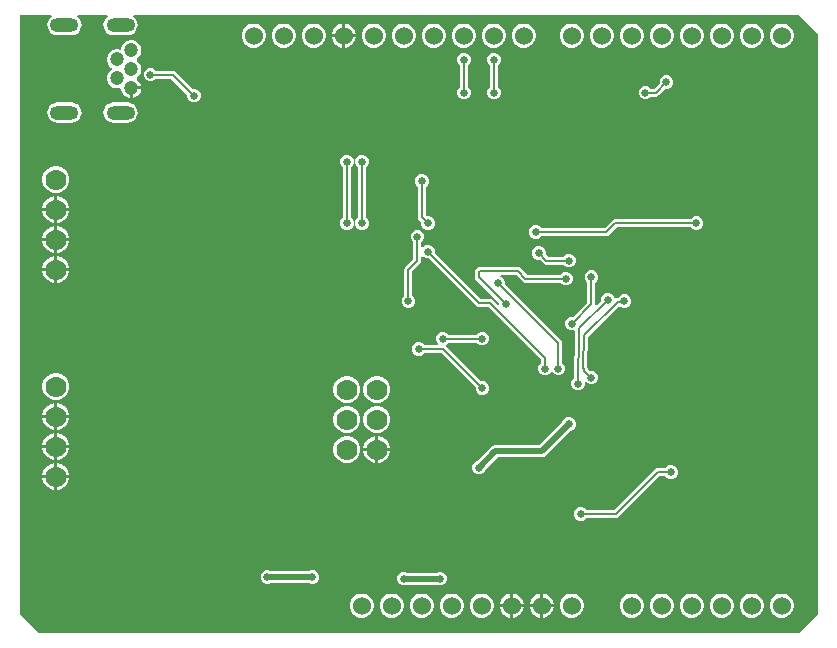
<source format=gbl>
G04*
G04 #@! TF.GenerationSoftware,Altium Limited,Altium Designer,21.6.4 (81)*
G04*
G04 Layer_Physical_Order=2*
G04 Layer_Color=16711680*
%FSLAX25Y25*%
%MOIN*%
G70*
G04*
G04 #@! TF.SameCoordinates,858BF902-78F9-450F-91F8-2C9066A697E3*
G04*
G04*
G04 #@! TF.FilePolarity,Positive*
G04*
G01*
G75*
%ADD12C,0.00600*%
%ADD46C,0.02000*%
%ADD47O,0.09449X0.04724*%
%ADD48C,0.04724*%
%ADD49C,0.06000*%
%ADD50C,0.07000*%
%ADD51C,0.02500*%
G36*
X267961Y201655D02*
Y8345D01*
X261655Y2039D01*
X8345D01*
X2039Y8345D01*
Y207961D01*
X12489D01*
X12658Y207461D01*
X12114Y207043D01*
X11575Y206341D01*
X11237Y205523D01*
X11121Y204645D01*
X11237Y203768D01*
X11575Y202950D01*
X12114Y202248D01*
X12817Y201709D01*
X13635Y201370D01*
X14512Y201254D01*
X19237D01*
X20114Y201370D01*
X20932Y201709D01*
X21635Y202248D01*
X22174Y202950D01*
X22512Y203768D01*
X22628Y204645D01*
X22512Y205523D01*
X22174Y206341D01*
X21635Y207043D01*
X21091Y207461D01*
X21260Y207961D01*
X31190D01*
X31359Y207461D01*
X30815Y207043D01*
X30276Y206341D01*
X29937Y205523D01*
X29822Y204645D01*
X29937Y203768D01*
X30276Y202950D01*
X30815Y202248D01*
X31518Y201709D01*
X32335Y201370D01*
X33213Y201254D01*
X37938D01*
X38815Y201370D01*
X39633Y201709D01*
X40336Y202248D01*
X40874Y202950D01*
X41213Y203768D01*
X41329Y204645D01*
X41213Y205523D01*
X40874Y206341D01*
X40336Y207043D01*
X39792Y207461D01*
X39961Y207961D01*
X261655D01*
X267961Y201655D01*
D02*
G37*
%LPC*%
G36*
X110527Y205000D02*
X110500D01*
Y201500D01*
X114000D01*
Y201527D01*
X113727Y202544D01*
X113201Y203456D01*
X112456Y204201D01*
X111544Y204727D01*
X110527Y205000D01*
D02*
G37*
G36*
X109500D02*
X109473D01*
X108456Y204727D01*
X107544Y204201D01*
X106799Y203456D01*
X106273Y202544D01*
X106000Y201527D01*
Y201500D01*
X109500D01*
Y205000D01*
D02*
G37*
G36*
X256527D02*
X255473D01*
X254456Y204727D01*
X253544Y204201D01*
X252799Y203456D01*
X252273Y202544D01*
X252000Y201527D01*
Y200473D01*
X252273Y199456D01*
X252799Y198544D01*
X253544Y197799D01*
X254456Y197273D01*
X255473Y197000D01*
X256527D01*
X257544Y197273D01*
X258456Y197799D01*
X259201Y198544D01*
X259727Y199456D01*
X260000Y200473D01*
Y201527D01*
X259727Y202544D01*
X259201Y203456D01*
X258456Y204201D01*
X257544Y204727D01*
X256527Y205000D01*
D02*
G37*
G36*
X246527D02*
X245473D01*
X244456Y204727D01*
X243544Y204201D01*
X242799Y203456D01*
X242273Y202544D01*
X242000Y201527D01*
Y200473D01*
X242273Y199456D01*
X242799Y198544D01*
X243544Y197799D01*
X244456Y197273D01*
X245473Y197000D01*
X246527D01*
X247544Y197273D01*
X248456Y197799D01*
X249201Y198544D01*
X249727Y199456D01*
X250000Y200473D01*
Y201527D01*
X249727Y202544D01*
X249201Y203456D01*
X248456Y204201D01*
X247544Y204727D01*
X246527Y205000D01*
D02*
G37*
G36*
X236527D02*
X235473D01*
X234456Y204727D01*
X233544Y204201D01*
X232799Y203456D01*
X232273Y202544D01*
X232000Y201527D01*
Y200473D01*
X232273Y199456D01*
X232799Y198544D01*
X233544Y197799D01*
X234456Y197273D01*
X235473Y197000D01*
X236527D01*
X237544Y197273D01*
X238456Y197799D01*
X239201Y198544D01*
X239727Y199456D01*
X240000Y200473D01*
Y201527D01*
X239727Y202544D01*
X239201Y203456D01*
X238456Y204201D01*
X237544Y204727D01*
X236527Y205000D01*
D02*
G37*
G36*
X226527D02*
X225473D01*
X224456Y204727D01*
X223544Y204201D01*
X222799Y203456D01*
X222273Y202544D01*
X222000Y201527D01*
Y200473D01*
X222273Y199456D01*
X222799Y198544D01*
X223544Y197799D01*
X224456Y197273D01*
X225473Y197000D01*
X226527D01*
X227544Y197273D01*
X228456Y197799D01*
X229201Y198544D01*
X229727Y199456D01*
X230000Y200473D01*
Y201527D01*
X229727Y202544D01*
X229201Y203456D01*
X228456Y204201D01*
X227544Y204727D01*
X226527Y205000D01*
D02*
G37*
G36*
X216527D02*
X215473D01*
X214456Y204727D01*
X213544Y204201D01*
X212799Y203456D01*
X212273Y202544D01*
X212000Y201527D01*
Y200473D01*
X212273Y199456D01*
X212799Y198544D01*
X213544Y197799D01*
X214456Y197273D01*
X215473Y197000D01*
X216527D01*
X217544Y197273D01*
X218456Y197799D01*
X219201Y198544D01*
X219727Y199456D01*
X220000Y200473D01*
Y201527D01*
X219727Y202544D01*
X219201Y203456D01*
X218456Y204201D01*
X217544Y204727D01*
X216527Y205000D01*
D02*
G37*
G36*
X206527D02*
X205473D01*
X204456Y204727D01*
X203544Y204201D01*
X202799Y203456D01*
X202273Y202544D01*
X202000Y201527D01*
Y200473D01*
X202273Y199456D01*
X202799Y198544D01*
X203544Y197799D01*
X204456Y197273D01*
X205473Y197000D01*
X206527D01*
X207544Y197273D01*
X208456Y197799D01*
X209201Y198544D01*
X209727Y199456D01*
X210000Y200473D01*
Y201527D01*
X209727Y202544D01*
X209201Y203456D01*
X208456Y204201D01*
X207544Y204727D01*
X206527Y205000D01*
D02*
G37*
G36*
X196527D02*
X195473D01*
X194456Y204727D01*
X193544Y204201D01*
X192799Y203456D01*
X192273Y202544D01*
X192000Y201527D01*
Y200473D01*
X192273Y199456D01*
X192799Y198544D01*
X193544Y197799D01*
X194456Y197273D01*
X195473Y197000D01*
X196527D01*
X197544Y197273D01*
X198456Y197799D01*
X199201Y198544D01*
X199727Y199456D01*
X200000Y200473D01*
Y201527D01*
X199727Y202544D01*
X199201Y203456D01*
X198456Y204201D01*
X197544Y204727D01*
X196527Y205000D01*
D02*
G37*
G36*
X186527D02*
X185473D01*
X184456Y204727D01*
X183544Y204201D01*
X182799Y203456D01*
X182273Y202544D01*
X182000Y201527D01*
Y200473D01*
X182273Y199456D01*
X182799Y198544D01*
X183544Y197799D01*
X184456Y197273D01*
X185473Y197000D01*
X186527D01*
X187544Y197273D01*
X188456Y197799D01*
X189201Y198544D01*
X189727Y199456D01*
X190000Y200473D01*
Y201527D01*
X189727Y202544D01*
X189201Y203456D01*
X188456Y204201D01*
X187544Y204727D01*
X186527Y205000D01*
D02*
G37*
G36*
X170527D02*
X169473D01*
X168456Y204727D01*
X167544Y204201D01*
X166799Y203456D01*
X166273Y202544D01*
X166000Y201527D01*
Y200473D01*
X166273Y199456D01*
X166799Y198544D01*
X167544Y197799D01*
X168456Y197273D01*
X169473Y197000D01*
X170527D01*
X171544Y197273D01*
X172456Y197799D01*
X173201Y198544D01*
X173727Y199456D01*
X174000Y200473D01*
Y201527D01*
X173727Y202544D01*
X173201Y203456D01*
X172456Y204201D01*
X171544Y204727D01*
X170527Y205000D01*
D02*
G37*
G36*
X160527D02*
X159473D01*
X158456Y204727D01*
X157544Y204201D01*
X156799Y203456D01*
X156273Y202544D01*
X156000Y201527D01*
Y200473D01*
X156273Y199456D01*
X156799Y198544D01*
X157544Y197799D01*
X158456Y197273D01*
X159473Y197000D01*
X160527D01*
X161544Y197273D01*
X162456Y197799D01*
X163201Y198544D01*
X163727Y199456D01*
X164000Y200473D01*
Y201527D01*
X163727Y202544D01*
X163201Y203456D01*
X162456Y204201D01*
X161544Y204727D01*
X160527Y205000D01*
D02*
G37*
G36*
X150527D02*
X149473D01*
X148456Y204727D01*
X147544Y204201D01*
X146799Y203456D01*
X146273Y202544D01*
X146000Y201527D01*
Y200473D01*
X146273Y199456D01*
X146799Y198544D01*
X147544Y197799D01*
X148456Y197273D01*
X149473Y197000D01*
X150527D01*
X151544Y197273D01*
X152456Y197799D01*
X153201Y198544D01*
X153727Y199456D01*
X154000Y200473D01*
Y201527D01*
X153727Y202544D01*
X153201Y203456D01*
X152456Y204201D01*
X151544Y204727D01*
X150527Y205000D01*
D02*
G37*
G36*
X140527D02*
X139473D01*
X138456Y204727D01*
X137544Y204201D01*
X136799Y203456D01*
X136273Y202544D01*
X136000Y201527D01*
Y200473D01*
X136273Y199456D01*
X136799Y198544D01*
X137544Y197799D01*
X138456Y197273D01*
X139473Y197000D01*
X140527D01*
X141544Y197273D01*
X142456Y197799D01*
X143201Y198544D01*
X143727Y199456D01*
X144000Y200473D01*
Y201527D01*
X143727Y202544D01*
X143201Y203456D01*
X142456Y204201D01*
X141544Y204727D01*
X140527Y205000D01*
D02*
G37*
G36*
X130527D02*
X129473D01*
X128456Y204727D01*
X127544Y204201D01*
X126799Y203456D01*
X126273Y202544D01*
X126000Y201527D01*
Y200473D01*
X126273Y199456D01*
X126799Y198544D01*
X127544Y197799D01*
X128456Y197273D01*
X129473Y197000D01*
X130527D01*
X131544Y197273D01*
X132456Y197799D01*
X133201Y198544D01*
X133727Y199456D01*
X134000Y200473D01*
Y201527D01*
X133727Y202544D01*
X133201Y203456D01*
X132456Y204201D01*
X131544Y204727D01*
X130527Y205000D01*
D02*
G37*
G36*
X120527D02*
X119473D01*
X118456Y204727D01*
X117544Y204201D01*
X116799Y203456D01*
X116273Y202544D01*
X116000Y201527D01*
Y200473D01*
X116273Y199456D01*
X116799Y198544D01*
X117544Y197799D01*
X118456Y197273D01*
X119473Y197000D01*
X120527D01*
X121544Y197273D01*
X122456Y197799D01*
X123201Y198544D01*
X123727Y199456D01*
X124000Y200473D01*
Y201527D01*
X123727Y202544D01*
X123201Y203456D01*
X122456Y204201D01*
X121544Y204727D01*
X120527Y205000D01*
D02*
G37*
G36*
X114000Y200500D02*
X110500D01*
Y197000D01*
X110527D01*
X111544Y197273D01*
X112456Y197799D01*
X113201Y198544D01*
X113727Y199456D01*
X114000Y200473D01*
Y200500D01*
D02*
G37*
G36*
X109500D02*
X106000D01*
Y200473D01*
X106273Y199456D01*
X106799Y198544D01*
X107544Y197799D01*
X108456Y197273D01*
X109473Y197000D01*
X109500D01*
Y200500D01*
D02*
G37*
G36*
X100527Y205000D02*
X99473D01*
X98456Y204727D01*
X97544Y204201D01*
X96799Y203456D01*
X96273Y202544D01*
X96000Y201527D01*
Y200473D01*
X96273Y199456D01*
X96799Y198544D01*
X97544Y197799D01*
X98456Y197273D01*
X99473Y197000D01*
X100527D01*
X101544Y197273D01*
X102456Y197799D01*
X103201Y198544D01*
X103727Y199456D01*
X104000Y200473D01*
Y201527D01*
X103727Y202544D01*
X103201Y203456D01*
X102456Y204201D01*
X101544Y204727D01*
X100527Y205000D01*
D02*
G37*
G36*
X90527D02*
X89473D01*
X88456Y204727D01*
X87544Y204201D01*
X86799Y203456D01*
X86273Y202544D01*
X86000Y201527D01*
Y200473D01*
X86273Y199456D01*
X86799Y198544D01*
X87544Y197799D01*
X88456Y197273D01*
X89473Y197000D01*
X90527D01*
X91544Y197273D01*
X92456Y197799D01*
X93201Y198544D01*
X93727Y199456D01*
X94000Y200473D01*
Y201527D01*
X93727Y202544D01*
X93201Y203456D01*
X92456Y204201D01*
X91544Y204727D01*
X90527Y205000D01*
D02*
G37*
G36*
X80527D02*
X79473D01*
X78456Y204727D01*
X77544Y204201D01*
X76799Y203456D01*
X76273Y202544D01*
X76000Y201527D01*
Y200473D01*
X76273Y199456D01*
X76799Y198544D01*
X77544Y197799D01*
X78456Y197273D01*
X79473Y197000D01*
X80527D01*
X81544Y197273D01*
X82456Y197799D01*
X83201Y198544D01*
X83727Y199456D01*
X84000Y200473D01*
Y201527D01*
X83727Y202544D01*
X83201Y203456D01*
X82456Y204201D01*
X81544Y204727D01*
X80527Y205000D01*
D02*
G37*
G36*
X39568Y199583D02*
X38683D01*
X37828Y199354D01*
X37061Y198911D01*
X36435Y198285D01*
X35992Y197518D01*
X35763Y196663D01*
X35263Y196317D01*
X34829Y196434D01*
X33944D01*
X33089Y196205D01*
X32322Y195762D01*
X31696Y195136D01*
X31253Y194369D01*
X31024Y193514D01*
Y192629D01*
X31253Y191774D01*
X31696Y191007D01*
X32322Y190381D01*
X32617Y190211D01*
Y189633D01*
X32322Y189463D01*
X31696Y188837D01*
X31253Y188070D01*
X31024Y187215D01*
Y186330D01*
X31253Y185475D01*
X31696Y184708D01*
X32322Y184082D01*
X33089Y183639D01*
X33944Y183410D01*
X34829D01*
X35263Y183527D01*
X35763Y183180D01*
X35992Y182325D01*
X36435Y181558D01*
X37061Y180932D01*
X37828Y180489D01*
X38625Y180276D01*
Y183623D01*
X39125D01*
Y184123D01*
X42472D01*
X42259Y184920D01*
X41816Y185687D01*
X41190Y186313D01*
X40895Y186483D01*
Y187061D01*
X41190Y187231D01*
X41816Y187857D01*
X42259Y188624D01*
X42488Y189479D01*
Y190364D01*
X42259Y191219D01*
X41816Y191986D01*
X41190Y192612D01*
X40895Y192782D01*
Y193360D01*
X41190Y193530D01*
X41816Y194156D01*
X42259Y194923D01*
X42488Y195778D01*
Y196663D01*
X42259Y197518D01*
X41816Y198285D01*
X41190Y198911D01*
X40423Y199354D01*
X39568Y199583D01*
D02*
G37*
G36*
X217948Y187750D02*
X217052D01*
X216226Y187408D01*
X215593Y186775D01*
X215250Y185948D01*
Y185125D01*
X213451Y183326D01*
X212356D01*
X211774Y183907D01*
X210948Y184250D01*
X210052D01*
X209226Y183907D01*
X208593Y183274D01*
X208250Y182448D01*
Y181552D01*
X208593Y180726D01*
X209226Y180093D01*
X210052Y179750D01*
X210948D01*
X211774Y180093D01*
X212356Y180675D01*
X214000D01*
X214507Y180775D01*
X214937Y181063D01*
X217125Y183250D01*
X217948D01*
X218775Y183592D01*
X219408Y184225D01*
X219750Y185052D01*
Y185948D01*
X219408Y186775D01*
X218775Y187408D01*
X217948Y187750D01*
D02*
G37*
G36*
X42472Y183123D02*
X39625D01*
Y180276D01*
X40423Y180489D01*
X41190Y180932D01*
X41816Y181558D01*
X42259Y182325D01*
X42472Y183123D01*
D02*
G37*
G36*
X160448Y195250D02*
X159552D01*
X158726Y194907D01*
X158092Y194274D01*
X157750Y193448D01*
Y192552D01*
X158092Y191726D01*
X158675Y191144D01*
Y183856D01*
X158092Y183274D01*
X157750Y182448D01*
Y181552D01*
X158092Y180726D01*
X158726Y180093D01*
X159552Y179750D01*
X160448D01*
X161275Y180093D01*
X161907Y180726D01*
X162250Y181552D01*
Y182448D01*
X161907Y183274D01*
X161326Y183856D01*
Y191144D01*
X161907Y191726D01*
X162250Y192552D01*
Y193448D01*
X161907Y194274D01*
X161275Y194907D01*
X160448Y195250D01*
D02*
G37*
G36*
X150448D02*
X149552D01*
X148725Y194907D01*
X148092Y194274D01*
X147750Y193448D01*
Y192552D01*
X148092Y191726D01*
X148674Y191144D01*
Y183856D01*
X148092Y183274D01*
X147750Y182448D01*
Y181552D01*
X148092Y180726D01*
X148725Y180093D01*
X149552Y179750D01*
X150448D01*
X151275Y180093D01*
X151908Y180726D01*
X152250Y181552D01*
Y182448D01*
X151908Y183274D01*
X151326Y183856D01*
Y191144D01*
X151908Y191726D01*
X152250Y192552D01*
Y193448D01*
X151908Y194274D01*
X151275Y194907D01*
X150448Y195250D01*
D02*
G37*
G36*
X45948Y190250D02*
X45052D01*
X44225Y189908D01*
X43593Y189275D01*
X43250Y188448D01*
Y187552D01*
X43593Y186725D01*
X44225Y186092D01*
X45052Y185750D01*
X45948D01*
X46775Y186092D01*
X47357Y186674D01*
X52451D01*
X57750Y181376D01*
Y180552D01*
X58092Y179726D01*
X58726Y179093D01*
X59552Y178750D01*
X60448D01*
X61274Y179093D01*
X61908Y179726D01*
X62250Y180552D01*
Y181448D01*
X61908Y182274D01*
X61274Y182907D01*
X60448Y183250D01*
X59624D01*
X53937Y188937D01*
X53507Y189225D01*
X53000Y189325D01*
X47357D01*
X46775Y189908D01*
X45948Y190250D01*
D02*
G37*
G36*
X37938Y178746D02*
X33213D01*
X32335Y178630D01*
X31518Y178291D01*
X30815Y177752D01*
X30276Y177050D01*
X29937Y176232D01*
X29822Y175355D01*
X29937Y174477D01*
X30276Y173659D01*
X30815Y172957D01*
X31518Y172418D01*
X32335Y172079D01*
X33213Y171963D01*
X37938D01*
X38815Y172079D01*
X39633Y172418D01*
X40336Y172957D01*
X40874Y173659D01*
X41213Y174477D01*
X41329Y175355D01*
X41213Y176232D01*
X40874Y177050D01*
X40336Y177752D01*
X39633Y178291D01*
X38815Y178630D01*
X37938Y178746D01*
D02*
G37*
G36*
X19237D02*
X14512D01*
X13635Y178630D01*
X12817Y178291D01*
X12114Y177752D01*
X11575Y177050D01*
X11237Y176232D01*
X11121Y175355D01*
X11237Y174477D01*
X11575Y173659D01*
X12114Y172957D01*
X12817Y172418D01*
X13635Y172079D01*
X14512Y171963D01*
X19237D01*
X20114Y172079D01*
X20932Y172418D01*
X21635Y172957D01*
X22174Y173659D01*
X22512Y174477D01*
X22628Y175355D01*
X22512Y176232D01*
X22174Y177050D01*
X21635Y177752D01*
X20932Y178291D01*
X20114Y178630D01*
X19237Y178746D01*
D02*
G37*
G36*
X14592Y157500D02*
X13408D01*
X12263Y157193D01*
X11237Y156601D01*
X10399Y155763D01*
X9807Y154737D01*
X9500Y153592D01*
Y152408D01*
X9807Y151263D01*
X10399Y150237D01*
X11237Y149399D01*
X12263Y148807D01*
X13408Y148500D01*
X14592D01*
X15737Y148807D01*
X16763Y149399D01*
X17601Y150237D01*
X18193Y151263D01*
X18500Y152408D01*
Y153592D01*
X18193Y154737D01*
X17601Y155763D01*
X16763Y156601D01*
X15737Y157193D01*
X14592Y157500D01*
D02*
G37*
G36*
Y147500D02*
X14500D01*
Y143500D01*
X18500D01*
Y143592D01*
X18193Y144737D01*
X17601Y145763D01*
X16763Y146601D01*
X15737Y147193D01*
X14592Y147500D01*
D02*
G37*
G36*
X13500D02*
X13408D01*
X12263Y147193D01*
X11237Y146601D01*
X10399Y145763D01*
X9807Y144737D01*
X9500Y143592D01*
Y143500D01*
X13500D01*
Y147500D01*
D02*
G37*
G36*
X18500Y142500D02*
X14500D01*
Y138500D01*
X14592D01*
X15737Y138807D01*
X16763Y139399D01*
X17601Y140237D01*
X18193Y141263D01*
X18500Y142408D01*
Y142500D01*
D02*
G37*
G36*
X13500D02*
X9500D01*
Y142408D01*
X9807Y141263D01*
X10399Y140237D01*
X11237Y139399D01*
X12263Y138807D01*
X13408Y138500D01*
X13500D01*
Y142500D01*
D02*
G37*
G36*
X227948Y140750D02*
X227052D01*
X226225Y140408D01*
X225643Y139825D01*
X200500D01*
X199993Y139725D01*
X199563Y139437D01*
X196951Y136826D01*
X175856D01*
X175275Y137408D01*
X174448Y137750D01*
X173552D01*
X172725Y137408D01*
X172092Y136775D01*
X171750Y135948D01*
Y135052D01*
X172092Y134225D01*
X172725Y133592D01*
X173552Y133250D01*
X174448D01*
X175275Y133592D01*
X175856Y134175D01*
X197500D01*
X198007Y134275D01*
X198437Y134563D01*
X201049Y137174D01*
X225643D01*
X226225Y136592D01*
X227052Y136250D01*
X227948D01*
X228774Y136592D01*
X229408Y137225D01*
X229750Y138052D01*
Y138948D01*
X229408Y139775D01*
X228774Y140408D01*
X227948Y140750D01*
D02*
G37*
G36*
X136448Y154750D02*
X135552D01*
X134725Y154408D01*
X134092Y153774D01*
X133750Y152948D01*
Y152052D01*
X134092Y151225D01*
X134675Y150644D01*
Y140500D01*
X134775Y139993D01*
X135063Y139563D01*
X135750Y138875D01*
Y138052D01*
X136092Y137225D01*
X136725Y136592D01*
X137552Y136250D01*
X138448D01*
X139275Y136592D01*
X139908Y137225D01*
X140250Y138052D01*
Y138948D01*
X139908Y139775D01*
X139275Y140408D01*
X138448Y140750D01*
X137625D01*
X137326Y141049D01*
Y150644D01*
X137908Y151225D01*
X138250Y152052D01*
Y152948D01*
X137908Y153774D01*
X137275Y154408D01*
X136448Y154750D01*
D02*
G37*
G36*
X116448Y161250D02*
X115552D01*
X114725Y160907D01*
X114093Y160275D01*
X113750Y159448D01*
Y158552D01*
X114093Y157726D01*
X114674Y157143D01*
Y140357D01*
X114093Y139775D01*
X113750Y138948D01*
Y138052D01*
X114093Y137225D01*
X114725Y136592D01*
X115552Y136250D01*
X116448D01*
X117274Y136592D01*
X117908Y137225D01*
X118250Y138052D01*
Y138948D01*
X117908Y139775D01*
X117325Y140357D01*
Y157143D01*
X117908Y157726D01*
X118250Y158552D01*
Y159448D01*
X117908Y160275D01*
X117274Y160907D01*
X116448Y161250D01*
D02*
G37*
G36*
X111448D02*
X110552D01*
X109725Y160907D01*
X109092Y160275D01*
X108750Y159448D01*
Y158552D01*
X109092Y157726D01*
X109675Y157143D01*
Y140357D01*
X109092Y139775D01*
X108750Y138948D01*
Y138052D01*
X109092Y137225D01*
X109725Y136592D01*
X110552Y136250D01*
X111448D01*
X112275Y136592D01*
X112908Y137225D01*
X113250Y138052D01*
Y138948D01*
X112908Y139775D01*
X112326Y140357D01*
Y157143D01*
X112908Y157726D01*
X113250Y158552D01*
Y159448D01*
X112908Y160275D01*
X112275Y160907D01*
X111448Y161250D01*
D02*
G37*
G36*
X14592Y137500D02*
X14500D01*
Y133500D01*
X18500D01*
Y133592D01*
X18193Y134737D01*
X17601Y135763D01*
X16763Y136601D01*
X15737Y137193D01*
X14592Y137500D01*
D02*
G37*
G36*
X13500D02*
X13408D01*
X12263Y137193D01*
X11237Y136601D01*
X10399Y135763D01*
X9807Y134737D01*
X9500Y133592D01*
Y133500D01*
X13500D01*
Y137500D01*
D02*
G37*
G36*
X18500Y132500D02*
X14500D01*
Y128500D01*
X14592D01*
X15737Y128807D01*
X16763Y129399D01*
X17601Y130237D01*
X18193Y131263D01*
X18500Y132408D01*
Y132500D01*
D02*
G37*
G36*
X13500D02*
X9500D01*
Y132408D01*
X9807Y131263D01*
X10399Y130237D01*
X11237Y129399D01*
X12263Y128807D01*
X13408Y128500D01*
X13500D01*
Y132500D01*
D02*
G37*
G36*
X175448Y130750D02*
X174552D01*
X173725Y130408D01*
X173092Y129774D01*
X172750Y128948D01*
Y128052D01*
X173092Y127225D01*
X173725Y126593D01*
X174552Y126250D01*
X175375D01*
X176563Y125063D01*
X176993Y124775D01*
X177500Y124674D01*
X183143D01*
X183726Y124092D01*
X184552Y123750D01*
X185448D01*
X186275Y124092D01*
X186907Y124725D01*
X187250Y125552D01*
Y126448D01*
X186907Y127275D01*
X186275Y127908D01*
X185448Y128250D01*
X184552D01*
X183726Y127908D01*
X183143Y127325D01*
X178049D01*
X177250Y128124D01*
Y128948D01*
X176908Y129774D01*
X176275Y130408D01*
X175448Y130750D01*
D02*
G37*
G36*
X14592Y127500D02*
X14500D01*
Y123500D01*
X18500D01*
Y123592D01*
X18193Y124737D01*
X17601Y125763D01*
X16763Y126601D01*
X15737Y127193D01*
X14592Y127500D01*
D02*
G37*
G36*
X13500D02*
X13408D01*
X12263Y127193D01*
X11237Y126601D01*
X10399Y125763D01*
X9807Y124737D01*
X9500Y123592D01*
Y123500D01*
X13500D01*
Y127500D01*
D02*
G37*
G36*
X18500Y122500D02*
X14500D01*
Y118500D01*
X14592D01*
X15737Y118807D01*
X16763Y119399D01*
X17601Y120237D01*
X18193Y121263D01*
X18500Y122408D01*
Y122500D01*
D02*
G37*
G36*
X13500D02*
X9500D01*
Y122408D01*
X9807Y121263D01*
X10399Y120237D01*
X11237Y119399D01*
X12263Y118807D01*
X13408Y118500D01*
X13500D01*
Y122500D01*
D02*
G37*
G36*
X134948Y136250D02*
X134052D01*
X133226Y135907D01*
X132592Y135275D01*
X132250Y134448D01*
Y133552D01*
X132592Y132726D01*
X133175Y132143D01*
Y126567D01*
X130513Y123905D01*
X130225Y123475D01*
X130124Y122968D01*
Y114306D01*
X129593Y113775D01*
X129250Y112948D01*
Y112052D01*
X129593Y111225D01*
X130226Y110592D01*
X131052Y110250D01*
X131948D01*
X132774Y110592D01*
X133407Y111225D01*
X133750Y112052D01*
Y112948D01*
X133407Y113775D01*
X132775Y114407D01*
Y122419D01*
X135437Y125081D01*
X135725Y125511D01*
X135826Y126018D01*
Y127285D01*
X136326Y127493D01*
X136725Y127093D01*
X137552Y126750D01*
X138375D01*
X154216Y110909D01*
X154646Y110622D01*
X155154Y110521D01*
X158211D01*
X175674Y93057D01*
Y91856D01*
X175092Y91274D01*
X174750Y90448D01*
Y89552D01*
X175092Y88726D01*
X175725Y88092D01*
X176552Y87750D01*
X177448D01*
X178275Y88092D01*
X178908Y88726D01*
X179000Y88949D01*
X179500D01*
X179593Y88726D01*
X180226Y88092D01*
X181052Y87750D01*
X181948D01*
X182774Y88092D01*
X183407Y88726D01*
X183750Y89552D01*
Y90448D01*
X183407Y91274D01*
X182826Y91856D01*
Y98500D01*
X182725Y99007D01*
X182437Y99437D01*
X163750Y118124D01*
Y118948D01*
X163408Y119774D01*
X162775Y120407D01*
X162130Y120675D01*
X162229Y121175D01*
X167444D01*
X169556Y119063D01*
X169986Y118775D01*
X170493Y118675D01*
X182143D01*
X182726Y118093D01*
X183552Y117750D01*
X184448D01*
X185275Y118093D01*
X185907Y118726D01*
X186250Y119552D01*
Y120448D01*
X185907Y121274D01*
X185275Y121907D01*
X184448Y122250D01*
X183552D01*
X182726Y121907D01*
X182143Y121326D01*
X171042D01*
X168930Y123437D01*
X168500Y123725D01*
X167993Y123826D01*
X155351D01*
X154844Y123725D01*
X154414Y123437D01*
X154063Y123086D01*
X153775Y122656D01*
X153674Y122149D01*
Y120500D01*
X153775Y119993D01*
X154063Y119563D01*
X161726Y111900D01*
X161675Y111411D01*
X161243Y111238D01*
X159697Y112784D01*
X159267Y113071D01*
X158760Y113172D01*
X155703D01*
X140250Y128624D01*
Y129448D01*
X139908Y130274D01*
X139275Y130907D01*
X138448Y131250D01*
X137552D01*
X136725Y130907D01*
X136326Y130507D01*
X135826Y130715D01*
Y132143D01*
X136407Y132726D01*
X136750Y133552D01*
Y134448D01*
X136407Y135275D01*
X135775Y135907D01*
X134948Y136250D01*
D02*
G37*
G36*
X192948Y122750D02*
X192052D01*
X191226Y122407D01*
X190593Y121774D01*
X190250Y120948D01*
Y120052D01*
X190593Y119226D01*
X191174Y118643D01*
Y112049D01*
X186375Y107250D01*
X185552D01*
X184725Y106907D01*
X184092Y106274D01*
X183750Y105448D01*
Y104552D01*
X184092Y103726D01*
X184725Y103093D01*
X185552Y102750D01*
X186448D01*
X186703Y102856D01*
X187106Y102559D01*
X187030Y101734D01*
X187036Y101680D01*
X187025Y101627D01*
X186868Y86966D01*
X186725Y86908D01*
X186092Y86274D01*
X185750Y85448D01*
Y84552D01*
X186092Y83726D01*
X186725Y83092D01*
X187552Y82750D01*
X188448D01*
X189275Y83092D01*
X189908Y83726D01*
X190250Y84552D01*
Y85361D01*
X190490Y85530D01*
X190712Y85606D01*
X191226Y85093D01*
X192052Y84750D01*
X192948D01*
X193774Y85093D01*
X194407Y85725D01*
X194750Y86552D01*
Y87448D01*
X194407Y88275D01*
X193774Y88907D01*
X192948Y89250D01*
X192052D01*
X192028Y89240D01*
X191237Y90031D01*
X191200Y90563D01*
X191215Y90565D01*
X191199Y90660D01*
X191200Y91159D01*
X191271Y100397D01*
X201846Y110972D01*
X202225Y110592D01*
X203052Y110250D01*
X203948D01*
X204774Y110592D01*
X205408Y111225D01*
X205750Y112052D01*
Y112948D01*
X205408Y113775D01*
X204774Y114408D01*
X203948Y114750D01*
X203052D01*
X202225Y114408D01*
X201592Y113775D01*
X201552Y113675D01*
X201350D01*
X200843Y113575D01*
X200729Y113498D01*
X200693Y113495D01*
X200142Y113708D01*
X199908Y114275D01*
X199275Y114908D01*
X198448Y115250D01*
X197552D01*
X196725Y114908D01*
X196092Y114275D01*
X195750Y113448D01*
Y112625D01*
X194263Y111138D01*
X193802Y111384D01*
X193825Y111500D01*
Y118643D01*
X194407Y119226D01*
X194750Y120052D01*
Y120948D01*
X194407Y121774D01*
X193774Y122407D01*
X192948Y122750D01*
D02*
G37*
G36*
X156598Y102250D02*
X155702D01*
X154876Y101908D01*
X154294Y101326D01*
X144857D01*
X144274Y101908D01*
X143448Y102250D01*
X142552D01*
X141726Y101908D01*
X141093Y101275D01*
X140750Y100448D01*
Y99552D01*
X141093Y98725D01*
X141493Y98326D01*
X141285Y97825D01*
X136856D01*
X136275Y98408D01*
X135448Y98750D01*
X134552D01*
X133726Y98408D01*
X133092Y97774D01*
X132750Y96948D01*
Y96052D01*
X133092Y95226D01*
X133726Y94592D01*
X134552Y94250D01*
X135448D01*
X136275Y94592D01*
X136856Y95174D01*
X142601D01*
X153900Y83876D01*
Y83052D01*
X154243Y82226D01*
X154876Y81593D01*
X155702Y81250D01*
X156598D01*
X157424Y81593D01*
X158057Y82226D01*
X158400Y83052D01*
Y83948D01*
X158057Y84775D01*
X157424Y85408D01*
X156598Y85750D01*
X155774D01*
X144087Y97437D01*
X144053Y97460D01*
X144109Y98024D01*
X144274Y98093D01*
X144857Y98674D01*
X154294D01*
X154876Y98093D01*
X155702Y97750D01*
X156598D01*
X157424Y98093D01*
X158057Y98725D01*
X158400Y99552D01*
Y100448D01*
X158057Y101275D01*
X157424Y101908D01*
X156598Y102250D01*
D02*
G37*
G36*
X14592Y88500D02*
X13408D01*
X12263Y88193D01*
X11237Y87601D01*
X10399Y86763D01*
X9807Y85737D01*
X9500Y84592D01*
Y83408D01*
X9807Y82263D01*
X10399Y81237D01*
X11237Y80399D01*
X12263Y79807D01*
X13408Y79500D01*
X14592D01*
X15737Y79807D01*
X16763Y80399D01*
X17601Y81237D01*
X18193Y82263D01*
X18500Y83408D01*
Y84592D01*
X18193Y85737D01*
X17601Y86763D01*
X16763Y87601D01*
X15737Y88193D01*
X14592Y88500D01*
D02*
G37*
G36*
X121592Y87500D02*
X120408D01*
X119263Y87193D01*
X118237Y86601D01*
X117399Y85763D01*
X116807Y84737D01*
X116500Y83592D01*
Y82408D01*
X116807Y81263D01*
X117399Y80237D01*
X118237Y79399D01*
X119263Y78807D01*
X120408Y78500D01*
X121592D01*
X122737Y78807D01*
X123763Y79399D01*
X124601Y80237D01*
X125193Y81263D01*
X125500Y82408D01*
Y83592D01*
X125193Y84737D01*
X124601Y85763D01*
X123763Y86601D01*
X122737Y87193D01*
X121592Y87500D01*
D02*
G37*
G36*
X111592D02*
X110408D01*
X109263Y87193D01*
X108237Y86601D01*
X107399Y85763D01*
X106807Y84737D01*
X106500Y83592D01*
Y82408D01*
X106807Y81263D01*
X107399Y80237D01*
X108237Y79399D01*
X109263Y78807D01*
X110408Y78500D01*
X111592D01*
X112737Y78807D01*
X113763Y79399D01*
X114601Y80237D01*
X115193Y81263D01*
X115500Y82408D01*
Y83592D01*
X115193Y84737D01*
X114601Y85763D01*
X113763Y86601D01*
X112737Y87193D01*
X111592Y87500D01*
D02*
G37*
G36*
X14592Y78500D02*
X14500D01*
Y74500D01*
X18500D01*
Y74592D01*
X18193Y75737D01*
X17601Y76763D01*
X16763Y77601D01*
X15737Y78193D01*
X14592Y78500D01*
D02*
G37*
G36*
X13500D02*
X13408D01*
X12263Y78193D01*
X11237Y77601D01*
X10399Y76763D01*
X9807Y75737D01*
X9500Y74592D01*
Y74500D01*
X13500D01*
Y78500D01*
D02*
G37*
G36*
X18500Y73500D02*
X14500D01*
Y69500D01*
X14592D01*
X15737Y69807D01*
X16763Y70399D01*
X17601Y71237D01*
X18193Y72263D01*
X18500Y73408D01*
Y73500D01*
D02*
G37*
G36*
X13500D02*
X9500D01*
Y73408D01*
X9807Y72263D01*
X10399Y71237D01*
X11237Y70399D01*
X12263Y69807D01*
X13408Y69500D01*
X13500D01*
Y73500D01*
D02*
G37*
G36*
X121592Y77500D02*
X120408D01*
X119263Y77193D01*
X118237Y76601D01*
X117399Y75763D01*
X116807Y74737D01*
X116500Y73592D01*
Y72408D01*
X116807Y71263D01*
X117399Y70237D01*
X118237Y69399D01*
X119263Y68807D01*
X120408Y68500D01*
X121592D01*
X122737Y68807D01*
X123763Y69399D01*
X124601Y70237D01*
X125193Y71263D01*
X125500Y72408D01*
Y73592D01*
X125193Y74737D01*
X124601Y75763D01*
X123763Y76601D01*
X122737Y77193D01*
X121592Y77500D01*
D02*
G37*
G36*
X111592D02*
X110408D01*
X109263Y77193D01*
X108237Y76601D01*
X107399Y75763D01*
X106807Y74737D01*
X106500Y73592D01*
Y72408D01*
X106807Y71263D01*
X107399Y70237D01*
X108237Y69399D01*
X109263Y68807D01*
X110408Y68500D01*
X111592D01*
X112737Y68807D01*
X113763Y69399D01*
X114601Y70237D01*
X115193Y71263D01*
X115500Y72408D01*
Y73592D01*
X115193Y74737D01*
X114601Y75763D01*
X113763Y76601D01*
X112737Y77193D01*
X111592Y77500D01*
D02*
G37*
G36*
X14592Y68500D02*
X14500D01*
Y64500D01*
X18500D01*
Y64592D01*
X18193Y65737D01*
X17601Y66763D01*
X16763Y67601D01*
X15737Y68193D01*
X14592Y68500D01*
D02*
G37*
G36*
X13500D02*
X13408D01*
X12263Y68193D01*
X11237Y67601D01*
X10399Y66763D01*
X9807Y65737D01*
X9500Y64592D01*
Y64500D01*
X13500D01*
Y68500D01*
D02*
G37*
G36*
X121592Y67500D02*
X121500D01*
Y63500D01*
X125500D01*
Y63592D01*
X125193Y64737D01*
X124601Y65763D01*
X123763Y66601D01*
X122737Y67193D01*
X121592Y67500D01*
D02*
G37*
G36*
X120500D02*
X120408D01*
X119263Y67193D01*
X118237Y66601D01*
X117399Y65763D01*
X116807Y64737D01*
X116500Y63592D01*
Y63500D01*
X120500D01*
Y67500D01*
D02*
G37*
G36*
X18500Y63500D02*
X14500D01*
Y59500D01*
X14592D01*
X15737Y59807D01*
X16763Y60399D01*
X17601Y61237D01*
X18193Y62263D01*
X18500Y63408D01*
Y63500D01*
D02*
G37*
G36*
X13500D02*
X9500D01*
Y63408D01*
X9807Y62263D01*
X10399Y61237D01*
X11237Y60399D01*
X12263Y59807D01*
X13408Y59500D01*
X13500D01*
Y63500D01*
D02*
G37*
G36*
X125500Y62500D02*
X121500D01*
Y58500D01*
X121592D01*
X122737Y58807D01*
X123763Y59399D01*
X124601Y60237D01*
X125193Y61263D01*
X125500Y62408D01*
Y62500D01*
D02*
G37*
G36*
X120500D02*
X116500D01*
Y62408D01*
X116807Y61263D01*
X117399Y60237D01*
X118237Y59399D01*
X119263Y58807D01*
X120408Y58500D01*
X120500D01*
Y62500D01*
D02*
G37*
G36*
X111592Y67500D02*
X110408D01*
X109263Y67193D01*
X108237Y66601D01*
X107399Y65763D01*
X106807Y64737D01*
X106500Y63592D01*
Y62408D01*
X106807Y61263D01*
X107399Y60237D01*
X108237Y59399D01*
X109263Y58807D01*
X110408Y58500D01*
X111592D01*
X112737Y58807D01*
X113763Y59399D01*
X114601Y60237D01*
X115193Y61263D01*
X115500Y62408D01*
Y63592D01*
X115193Y64737D01*
X114601Y65763D01*
X113763Y66601D01*
X112737Y67193D01*
X111592Y67500D01*
D02*
G37*
G36*
X185448Y73750D02*
X184552D01*
X183726Y73408D01*
X183092Y72774D01*
X182882Y72266D01*
X175155Y64539D01*
X160500D01*
X159720Y64384D01*
X159058Y63942D01*
X159058Y63942D01*
X154234Y59118D01*
X153726Y58908D01*
X153093Y58275D01*
X152750Y57448D01*
Y56552D01*
X153093Y55726D01*
X153726Y55093D01*
X154552Y54750D01*
X155448D01*
X156274Y55093D01*
X156907Y55726D01*
X157118Y56234D01*
X161345Y60461D01*
X176000D01*
X176780Y60616D01*
X177442Y61058D01*
X185766Y69382D01*
X186275Y69592D01*
X186907Y70226D01*
X187250Y71052D01*
Y71948D01*
X186907Y72774D01*
X186275Y73408D01*
X185448Y73750D01*
D02*
G37*
G36*
X14592Y58500D02*
X14500D01*
Y54500D01*
X18500D01*
Y54592D01*
X18193Y55737D01*
X17601Y56763D01*
X16763Y57601D01*
X15737Y58193D01*
X14592Y58500D01*
D02*
G37*
G36*
X13500D02*
X13408D01*
X12263Y58193D01*
X11237Y57601D01*
X10399Y56763D01*
X9807Y55737D01*
X9500Y54592D01*
Y54500D01*
X13500D01*
Y58500D01*
D02*
G37*
G36*
X219448Y57750D02*
X218552D01*
X217725Y57407D01*
X217144Y56826D01*
X214606D01*
X214099Y56725D01*
X213669Y56437D01*
X200057Y42825D01*
X190857D01*
X190275Y43407D01*
X189448Y43750D01*
X188552D01*
X187725Y43407D01*
X187092Y42775D01*
X186750Y41948D01*
Y41052D01*
X187092Y40225D01*
X187725Y39592D01*
X188552Y39250D01*
X189448D01*
X190275Y39592D01*
X190857Y40174D01*
X200606D01*
X201114Y40275D01*
X201543Y40563D01*
X215155Y54175D01*
X217144D01*
X217725Y53592D01*
X218552Y53250D01*
X219448D01*
X220274Y53592D01*
X220907Y54225D01*
X221250Y55052D01*
Y55948D01*
X220907Y56774D01*
X220274Y57407D01*
X219448Y57750D01*
D02*
G37*
G36*
X18500Y53500D02*
X14500D01*
Y49500D01*
X14592D01*
X15737Y49807D01*
X16763Y50399D01*
X17601Y51237D01*
X18193Y52263D01*
X18500Y53408D01*
Y53500D01*
D02*
G37*
G36*
X13500D02*
X9500D01*
Y53408D01*
X9807Y52263D01*
X10399Y51237D01*
X11237Y50399D01*
X12263Y49807D01*
X13408Y49500D01*
X13500D01*
Y53500D01*
D02*
G37*
G36*
X99948Y22750D02*
X99052D01*
X98544Y22539D01*
X85457D01*
X84948Y22750D01*
X84052D01*
X83226Y22408D01*
X82592Y21775D01*
X82250Y20948D01*
Y20052D01*
X82592Y19226D01*
X83226Y18593D01*
X84052Y18250D01*
X84948D01*
X85457Y18461D01*
X98544D01*
X99052Y18250D01*
X99948D01*
X100775Y18593D01*
X101408Y19226D01*
X101750Y20052D01*
Y20948D01*
X101408Y21775D01*
X100775Y22408D01*
X99948Y22750D01*
D02*
G37*
G36*
X142448Y22250D02*
X141552D01*
X141043Y22039D01*
X130956D01*
X130448Y22250D01*
X129552D01*
X128726Y21907D01*
X128093Y21274D01*
X127750Y20448D01*
Y19552D01*
X128093Y18725D01*
X128726Y18092D01*
X129552Y17750D01*
X130448D01*
X130956Y17961D01*
X141043D01*
X141552Y17750D01*
X142448D01*
X143274Y18092D01*
X143907Y18725D01*
X144250Y19552D01*
Y20448D01*
X143907Y21274D01*
X143274Y21907D01*
X142448Y22250D01*
D02*
G37*
G36*
X176527Y15000D02*
X176500D01*
Y11500D01*
X180000D01*
Y11527D01*
X179727Y12544D01*
X179201Y13456D01*
X178456Y14201D01*
X177544Y14727D01*
X176527Y15000D01*
D02*
G37*
G36*
X166527D02*
X166500D01*
Y11500D01*
X170000D01*
Y11527D01*
X169727Y12544D01*
X169201Y13456D01*
X168456Y14201D01*
X167544Y14727D01*
X166527Y15000D01*
D02*
G37*
G36*
X175500D02*
X175473D01*
X174456Y14727D01*
X173544Y14201D01*
X172799Y13456D01*
X172273Y12544D01*
X172000Y11527D01*
Y11500D01*
X175500D01*
Y15000D01*
D02*
G37*
G36*
X165500D02*
X165473D01*
X164456Y14727D01*
X163544Y14201D01*
X162799Y13456D01*
X162273Y12544D01*
X162000Y11527D01*
Y11500D01*
X165500D01*
Y15000D01*
D02*
G37*
G36*
X256527D02*
X255473D01*
X254456Y14727D01*
X253544Y14201D01*
X252799Y13456D01*
X252273Y12544D01*
X252000Y11527D01*
Y10473D01*
X252273Y9456D01*
X252799Y8544D01*
X253544Y7799D01*
X254456Y7273D01*
X255473Y7000D01*
X256527D01*
X257544Y7273D01*
X258456Y7799D01*
X259201Y8544D01*
X259727Y9456D01*
X260000Y10473D01*
Y11527D01*
X259727Y12544D01*
X259201Y13456D01*
X258456Y14201D01*
X257544Y14727D01*
X256527Y15000D01*
D02*
G37*
G36*
X246527D02*
X245473D01*
X244456Y14727D01*
X243544Y14201D01*
X242799Y13456D01*
X242273Y12544D01*
X242000Y11527D01*
Y10473D01*
X242273Y9456D01*
X242799Y8544D01*
X243544Y7799D01*
X244456Y7273D01*
X245473Y7000D01*
X246527D01*
X247544Y7273D01*
X248456Y7799D01*
X249201Y8544D01*
X249727Y9456D01*
X250000Y10473D01*
Y11527D01*
X249727Y12544D01*
X249201Y13456D01*
X248456Y14201D01*
X247544Y14727D01*
X246527Y15000D01*
D02*
G37*
G36*
X236527D02*
X235473D01*
X234456Y14727D01*
X233544Y14201D01*
X232799Y13456D01*
X232273Y12544D01*
X232000Y11527D01*
Y10473D01*
X232273Y9456D01*
X232799Y8544D01*
X233544Y7799D01*
X234456Y7273D01*
X235473Y7000D01*
X236527D01*
X237544Y7273D01*
X238456Y7799D01*
X239201Y8544D01*
X239727Y9456D01*
X240000Y10473D01*
Y11527D01*
X239727Y12544D01*
X239201Y13456D01*
X238456Y14201D01*
X237544Y14727D01*
X236527Y15000D01*
D02*
G37*
G36*
X226527D02*
X225473D01*
X224456Y14727D01*
X223544Y14201D01*
X222799Y13456D01*
X222273Y12544D01*
X222000Y11527D01*
Y10473D01*
X222273Y9456D01*
X222799Y8544D01*
X223544Y7799D01*
X224456Y7273D01*
X225473Y7000D01*
X226527D01*
X227544Y7273D01*
X228456Y7799D01*
X229201Y8544D01*
X229727Y9456D01*
X230000Y10473D01*
Y11527D01*
X229727Y12544D01*
X229201Y13456D01*
X228456Y14201D01*
X227544Y14727D01*
X226527Y15000D01*
D02*
G37*
G36*
X216527D02*
X215473D01*
X214456Y14727D01*
X213544Y14201D01*
X212799Y13456D01*
X212273Y12544D01*
X212000Y11527D01*
Y10473D01*
X212273Y9456D01*
X212799Y8544D01*
X213544Y7799D01*
X214456Y7273D01*
X215473Y7000D01*
X216527D01*
X217544Y7273D01*
X218456Y7799D01*
X219201Y8544D01*
X219727Y9456D01*
X220000Y10473D01*
Y11527D01*
X219727Y12544D01*
X219201Y13456D01*
X218456Y14201D01*
X217544Y14727D01*
X216527Y15000D01*
D02*
G37*
G36*
X206527D02*
X205473D01*
X204456Y14727D01*
X203544Y14201D01*
X202799Y13456D01*
X202273Y12544D01*
X202000Y11527D01*
Y10473D01*
X202273Y9456D01*
X202799Y8544D01*
X203544Y7799D01*
X204456Y7273D01*
X205473Y7000D01*
X206527D01*
X207544Y7273D01*
X208456Y7799D01*
X209201Y8544D01*
X209727Y9456D01*
X210000Y10473D01*
Y11527D01*
X209727Y12544D01*
X209201Y13456D01*
X208456Y14201D01*
X207544Y14727D01*
X206527Y15000D01*
D02*
G37*
G36*
X186527D02*
X185473D01*
X184456Y14727D01*
X183544Y14201D01*
X182799Y13456D01*
X182273Y12544D01*
X182000Y11527D01*
Y10473D01*
X182273Y9456D01*
X182799Y8544D01*
X183544Y7799D01*
X184456Y7273D01*
X185473Y7000D01*
X186527D01*
X187544Y7273D01*
X188456Y7799D01*
X189201Y8544D01*
X189727Y9456D01*
X190000Y10473D01*
Y11527D01*
X189727Y12544D01*
X189201Y13456D01*
X188456Y14201D01*
X187544Y14727D01*
X186527Y15000D01*
D02*
G37*
G36*
X180000Y10500D02*
X176500D01*
Y7000D01*
X176527D01*
X177544Y7273D01*
X178456Y7799D01*
X179201Y8544D01*
X179727Y9456D01*
X180000Y10473D01*
Y10500D01*
D02*
G37*
G36*
X175500D02*
X172000D01*
Y10473D01*
X172273Y9456D01*
X172799Y8544D01*
X173544Y7799D01*
X174456Y7273D01*
X175473Y7000D01*
X175500D01*
Y10500D01*
D02*
G37*
G36*
X170000D02*
X166500D01*
Y7000D01*
X166527D01*
X167544Y7273D01*
X168456Y7799D01*
X169201Y8544D01*
X169727Y9456D01*
X170000Y10473D01*
Y10500D01*
D02*
G37*
G36*
X165500D02*
X162000D01*
Y10473D01*
X162273Y9456D01*
X162799Y8544D01*
X163544Y7799D01*
X164456Y7273D01*
X165473Y7000D01*
X165500D01*
Y10500D01*
D02*
G37*
G36*
X156527Y15000D02*
X155473D01*
X154456Y14727D01*
X153544Y14201D01*
X152799Y13456D01*
X152273Y12544D01*
X152000Y11527D01*
Y10473D01*
X152273Y9456D01*
X152799Y8544D01*
X153544Y7799D01*
X154456Y7273D01*
X155473Y7000D01*
X156527D01*
X157544Y7273D01*
X158456Y7799D01*
X159201Y8544D01*
X159727Y9456D01*
X160000Y10473D01*
Y11527D01*
X159727Y12544D01*
X159201Y13456D01*
X158456Y14201D01*
X157544Y14727D01*
X156527Y15000D01*
D02*
G37*
G36*
X146527D02*
X145473D01*
X144456Y14727D01*
X143544Y14201D01*
X142799Y13456D01*
X142273Y12544D01*
X142000Y11527D01*
Y10473D01*
X142273Y9456D01*
X142799Y8544D01*
X143544Y7799D01*
X144456Y7273D01*
X145473Y7000D01*
X146527D01*
X147544Y7273D01*
X148456Y7799D01*
X149201Y8544D01*
X149727Y9456D01*
X150000Y10473D01*
Y11527D01*
X149727Y12544D01*
X149201Y13456D01*
X148456Y14201D01*
X147544Y14727D01*
X146527Y15000D01*
D02*
G37*
G36*
X136527D02*
X135473D01*
X134456Y14727D01*
X133544Y14201D01*
X132799Y13456D01*
X132273Y12544D01*
X132000Y11527D01*
Y10473D01*
X132273Y9456D01*
X132799Y8544D01*
X133544Y7799D01*
X134456Y7273D01*
X135473Y7000D01*
X136527D01*
X137544Y7273D01*
X138456Y7799D01*
X139201Y8544D01*
X139727Y9456D01*
X140000Y10473D01*
Y11527D01*
X139727Y12544D01*
X139201Y13456D01*
X138456Y14201D01*
X137544Y14727D01*
X136527Y15000D01*
D02*
G37*
G36*
X126527D02*
X125473D01*
X124456Y14727D01*
X123544Y14201D01*
X122799Y13456D01*
X122273Y12544D01*
X122000Y11527D01*
Y10473D01*
X122273Y9456D01*
X122799Y8544D01*
X123544Y7799D01*
X124456Y7273D01*
X125473Y7000D01*
X126527D01*
X127544Y7273D01*
X128456Y7799D01*
X129201Y8544D01*
X129727Y9456D01*
X130000Y10473D01*
Y11527D01*
X129727Y12544D01*
X129201Y13456D01*
X128456Y14201D01*
X127544Y14727D01*
X126527Y15000D01*
D02*
G37*
G36*
X116527D02*
X115473D01*
X114456Y14727D01*
X113544Y14201D01*
X112799Y13456D01*
X112273Y12544D01*
X112000Y11527D01*
Y10473D01*
X112273Y9456D01*
X112799Y8544D01*
X113544Y7799D01*
X114456Y7273D01*
X115473Y7000D01*
X116527D01*
X117544Y7273D01*
X118456Y7799D01*
X119201Y8544D01*
X119727Y9456D01*
X120000Y10473D01*
Y11527D01*
X119727Y12544D01*
X119201Y13456D01*
X118456Y14201D01*
X117544Y14727D01*
X116527Y15000D01*
D02*
G37*
%LPD*%
D12*
X189871Y90670D02*
G03*
X189877Y90470I2550J-20D01*
G01*
X160000Y182000D02*
Y193000D01*
X150000Y182000D02*
Y193000D01*
X201350Y112350D02*
X203350D01*
X190126Y101126D02*
X201350Y112350D01*
X203350D02*
X203500Y112500D01*
X188350Y101613D02*
X188526Y103526D01*
X189950Y100950D02*
X190126Y101126D01*
X189871Y90670D02*
X189950Y100950D01*
X189877Y90470D02*
X189950Y89444D01*
X188526Y103526D02*
X198000Y113000D01*
X190126Y89268D02*
X192394Y87000D01*
X188174Y85174D02*
X188350Y101613D01*
X189950Y89444D02*
X190126Y89268D01*
X188000Y85000D02*
X188174Y85174D01*
X192394Y87000D02*
X192500D01*
X53000Y188000D02*
X60000Y181000D01*
X45500Y188000D02*
X53000D01*
X174000Y135500D02*
X197500D01*
X200500Y138500D01*
X136000Y140500D02*
Y152500D01*
Y140500D02*
X138000Y138500D01*
X186000Y105000D02*
X192500Y111500D01*
Y120500D01*
X131450Y122968D02*
X134500Y126018D01*
Y134000D01*
X175000Y128500D02*
X177500Y126000D01*
X185000D01*
X135000Y96500D02*
X143150D01*
X156150Y83500D01*
X189000Y41500D02*
X200606D01*
X214606Y55500D02*
X219000D01*
X200606Y41500D02*
X214606Y55500D01*
X200500Y138500D02*
X227500D01*
X181500Y90000D02*
Y98500D01*
X161500Y118500D02*
X181500Y98500D01*
X177000Y90000D02*
Y93606D01*
X155154Y111846D02*
X158760D01*
X177000Y93606D01*
X155000Y122149D02*
X155351Y122500D01*
X167993D01*
X155000Y120500D02*
X164000Y111500D01*
X155000Y120500D02*
Y122149D01*
X167993Y122500D02*
X170493Y120000D01*
X184000D01*
X143000Y100000D02*
X156150D01*
X131450Y112550D02*
Y122968D01*
Y112550D02*
X131500Y112500D01*
X138000Y129000D02*
X155154Y111846D01*
X116000Y138500D02*
Y159000D01*
X111000Y138500D02*
Y159000D01*
X210500Y182000D02*
X214000D01*
X217500Y185500D01*
D46*
X130000Y20000D02*
X142000D01*
X155000Y57000D02*
X160500Y62500D01*
X176000D02*
X185000Y71500D01*
X160500Y62500D02*
X176000D01*
X84500Y20500D02*
X99500D01*
D47*
X16875Y175355D02*
D03*
X35575D02*
D03*
Y204645D02*
D03*
X16875D02*
D03*
D48*
X39125Y196221D02*
D03*
X34386Y193071D02*
D03*
Y186773D02*
D03*
X39125Y189921D02*
D03*
Y183623D02*
D03*
D49*
X256000Y201000D02*
D03*
X246000D02*
D03*
X236000D02*
D03*
X226000D02*
D03*
X216000D02*
D03*
X206000D02*
D03*
X196000D02*
D03*
X186000D02*
D03*
X80000D02*
D03*
X90000D02*
D03*
X100000D02*
D03*
X110000D02*
D03*
X120000D02*
D03*
X130000D02*
D03*
X140000D02*
D03*
X150000D02*
D03*
X160000D02*
D03*
X170000D02*
D03*
X116000Y11000D02*
D03*
X126000D02*
D03*
X136000D02*
D03*
X146000D02*
D03*
X156000D02*
D03*
X166000D02*
D03*
X176000D02*
D03*
X186000D02*
D03*
X206000D02*
D03*
X216000D02*
D03*
X226000D02*
D03*
X236000D02*
D03*
X246000D02*
D03*
X256000D02*
D03*
D50*
X14000Y64000D02*
D03*
Y54000D02*
D03*
Y84000D02*
D03*
Y74000D02*
D03*
Y133000D02*
D03*
Y123000D02*
D03*
Y153000D02*
D03*
Y143000D02*
D03*
X111000Y83000D02*
D03*
X121000D02*
D03*
X111000Y73000D02*
D03*
X121000D02*
D03*
X111000Y63000D02*
D03*
X121000D02*
D03*
D51*
X160000Y193000D02*
D03*
X150000D02*
D03*
X193000Y97500D02*
D03*
X201500Y73500D02*
D03*
X203500Y112500D02*
D03*
X44000Y179500D02*
D03*
X45500Y188000D02*
D03*
X181000Y144000D02*
D03*
X174000Y135500D02*
D03*
X138000Y138500D02*
D03*
X186000Y105000D02*
D03*
X134500Y134000D02*
D03*
X135000Y117000D02*
D03*
X37500Y54000D02*
D03*
X34500Y123500D02*
D03*
X52000D02*
D03*
X57000Y157000D02*
D03*
X256000Y71500D02*
D03*
X229000Y95000D02*
D03*
X228500Y88500D02*
D03*
X175000Y128500D02*
D03*
X135000Y96500D02*
D03*
X75500Y78500D02*
D03*
X119500Y172500D02*
D03*
X100500Y59500D02*
D03*
X203000Y80000D02*
D03*
X226500Y101000D02*
D03*
X130000Y20000D02*
D03*
X160000Y182000D02*
D03*
X150000D02*
D03*
X142000Y20000D02*
D03*
X219000Y55500D02*
D03*
X189000Y41500D02*
D03*
X155000Y57000D02*
D03*
X156150Y83500D02*
D03*
X112500Y120000D02*
D03*
X227500Y138500D02*
D03*
X192500Y120500D02*
D03*
X164000Y111500D02*
D03*
X184000Y120000D02*
D03*
X185000Y126000D02*
D03*
X156150Y100000D02*
D03*
X143000D02*
D03*
X131500Y112500D02*
D03*
X135000Y108000D02*
D03*
X136000Y152500D02*
D03*
X143000Y148000D02*
D03*
X177000Y90000D02*
D03*
X138000Y129000D02*
D03*
X116000Y138500D02*
D03*
Y159000D02*
D03*
X181500Y90000D02*
D03*
X173000Y94000D02*
D03*
X161500Y118500D02*
D03*
X111000Y138500D02*
D03*
Y159000D02*
D03*
X185000Y71500D02*
D03*
X159500Y149000D02*
D03*
X188000Y85000D02*
D03*
X192500Y87000D02*
D03*
X198000Y113000D02*
D03*
X210500Y182000D02*
D03*
X217500Y185500D02*
D03*
X227500Y132000D02*
D03*
X60000Y181000D02*
D03*
X185000Y130500D02*
D03*
X239500Y132000D02*
D03*
X84000Y157500D02*
D03*
X75000Y117000D02*
D03*
X250937Y86500D02*
D03*
X99500Y20500D02*
D03*
X84500D02*
D03*
X66500Y191000D02*
D03*
M02*

</source>
